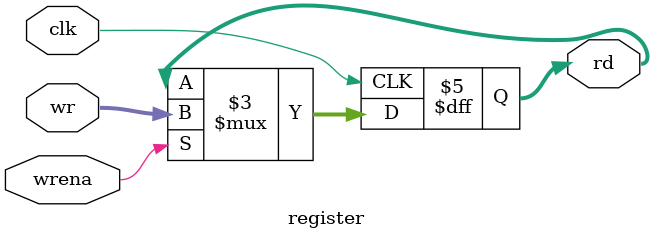
<source format=v>
`timescale 1ns/1ps

module register(clk, wr, rd, wrena);
    parameter WIDTH = 32;
    input clk, wrena;
    input [WIDTH-1:0] wr;
    output reg [WIDTH-1:0] rd;
    initial rd = 0;
    always @ (posedge clk) begin
        if(wrena) rd <= wr;
    end
endmodule
</source>
